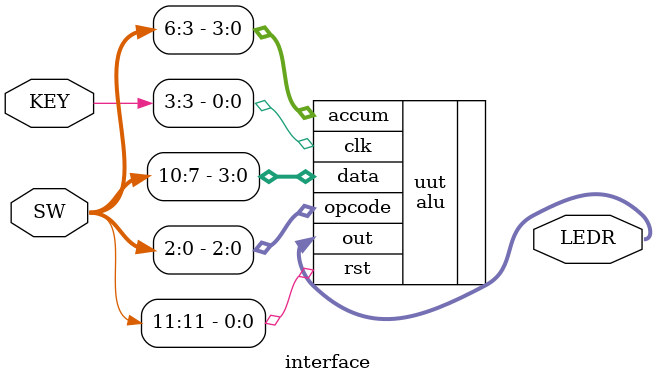
<source format=v>
module interface(KEY,SW,LEDR);
input [3:0]KEY;
input [11:0]SW;
output [3:0]LEDR;

alu uut(.clk(KEY[3]),.rst(SW[11]),.out(LEDR[3:0]),.opcode(SW[2:0]),.data(SW[10:7]),.accum(SW[6:3]));
// alu(clk,rst,out,opcode,data,accum);

endmodule
</source>
